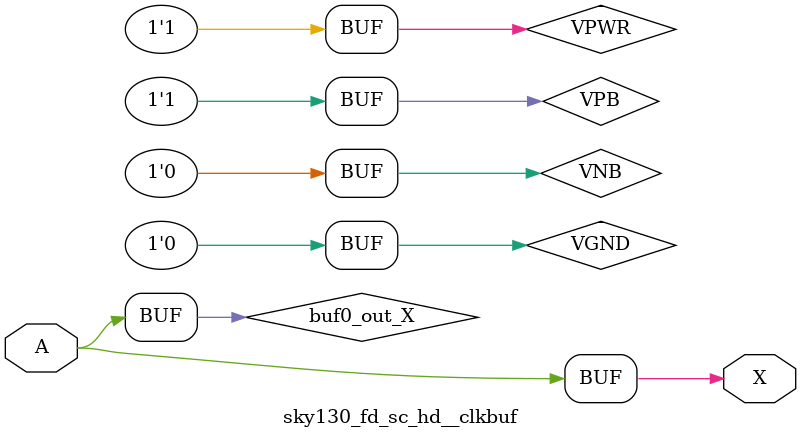
<source format=v>
/*
 * Copyright 2020 The SkyWater PDK Authors
 *
 * Licensed under the Apache License, Version 2.0 (the "License");
 * you may not use this file except in compliance with the License.
 * You may obtain a copy of the License at
 *
 *     https://www.apache.org/licenses/LICENSE-2.0
 *
 * Unless required by applicable law or agreed to in writing, software
 * distributed under the License is distributed on an "AS IS" BASIS,
 * WITHOUT WARRANTIES OR CONDITIONS OF ANY KIND, either express or implied.
 * See the License for the specific language governing permissions and
 * limitations under the License.
 *
 * SPDX-License-Identifier: Apache-2.0
*/


`ifndef SKY130_FD_SC_HD__CLKBUF_BEHAVIORAL_V
`define SKY130_FD_SC_HD__CLKBUF_BEHAVIORAL_V

/**
 * clkbuf: Clock tree buffer.
 *
 * Verilog simulation functional model.
 */

`timescale 1ns / 1ps
`default_nettype none

`celldefine
module sky130_fd_sc_hd__clkbuf (
    X,
    A
);

    // Module ports
    output X;
    input  A;

    // Module supplies
    supply1 VPWR;
    supply0 VGND;
    supply1 VPB ;
    supply0 VNB ;

    // Local signals
    wire buf0_out_X;

    //  Name  Output      Other arguments
    buf buf0 (buf0_out_X, A              );
    buf buf1 (X         , buf0_out_X     );

endmodule
`endcelldefine

`default_nettype wire
`endif  // SKY130_FD_SC_HD__CLKBUF_BEHAVIORAL_V
</source>
